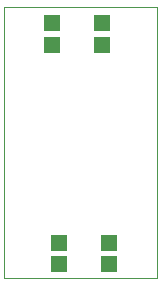
<source format=gbs>
G75*
G70*
%OFA0B0*%
%FSLAX24Y24*%
%IPPOS*%
%LPD*%
%AMOC8*
5,1,8,0,0,1.08239X$1,22.5*
%
%ADD10C,0.0000*%
%ADD11R,0.0555X0.0555*%
D10*
X000900Y000980D02*
X000900Y010035D01*
X006018Y010035D01*
X006018Y000980D01*
X000900Y000980D01*
D11*
X002753Y001459D03*
X002753Y002167D03*
X004406Y002167D03*
X004406Y001459D03*
X004165Y008769D03*
X004165Y009478D03*
X002512Y009478D03*
X002512Y008769D03*
M02*

</source>
